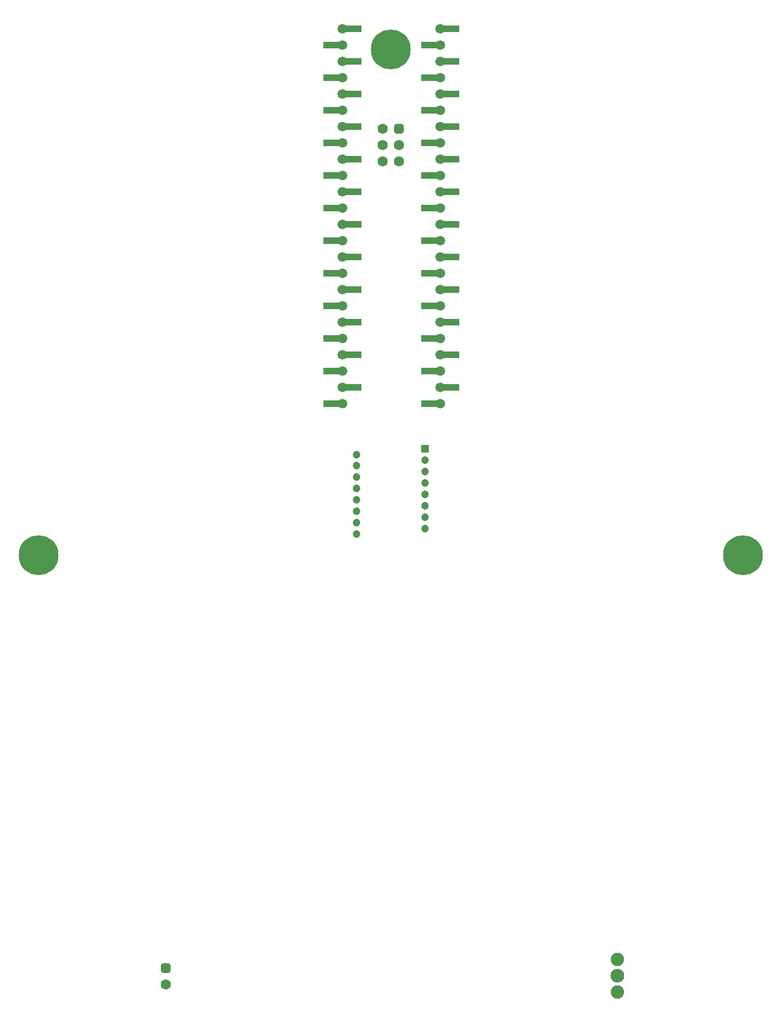
<source format=gbr>
G04*
G04 #@! TF.GenerationSoftware,Altium Limited,Altium Designer,25.4.2 (15)*
G04*
G04 Layer_Color=16711935*
%FSLAX44Y44*%
%MOMM*%
G71*
G04*
G04 #@! TF.SameCoordinates,EEABE1AA-3A69-4D6F-ADE4-9D398D027295*
G04*
G04*
G04 #@! TF.FilePolarity,Negative*
G04*
G01*
G75*
%ADD252C,1.5112*%
%ADD253C,1.6012*%
G04:AMPARAMS|DCode=254|XSize=1.6012mm|YSize=1.6012mm|CornerRadius=0mm|HoleSize=0mm|Usage=FLASHONLY|Rotation=90.000|XOffset=0mm|YOffset=0mm|HoleType=Round|Shape=Octagon|*
%AMOCTAGOND254*
4,1,8,0.4003,0.8006,-0.4003,0.8006,-0.8006,0.4003,-0.8006,-0.4003,-0.4003,-0.8006,0.4003,-0.8006,0.8006,-0.4003,0.8006,0.4003,0.4003,0.8006,0.0*
%
%ADD254OCTAGOND254*%

%ADD255R,1.2032X1.2032*%
%ADD256C,1.2032*%
%ADD257C,2.1336*%
%ADD258C,2.0828*%
%ADD259C,6.2032*%
%ADD274R,2.6032X1.0032*%
D252*
X1025000Y1720200D02*
D03*
Y1694800D02*
D03*
X1177400Y1364600D02*
D03*
X1025000Y1669400D02*
D03*
Y1644000D02*
D03*
Y1618600D02*
D03*
Y1593200D02*
D03*
Y1567800D02*
D03*
Y1542400D02*
D03*
Y1517000D02*
D03*
Y1491600D02*
D03*
Y1466200D02*
D03*
Y1440800D02*
D03*
Y1415400D02*
D03*
Y1390000D02*
D03*
X1177400D02*
D03*
Y1415400D02*
D03*
Y1440800D02*
D03*
Y1466200D02*
D03*
Y1491600D02*
D03*
Y1517000D02*
D03*
Y1542400D02*
D03*
Y1567800D02*
D03*
Y1593200D02*
D03*
Y1618600D02*
D03*
Y1644000D02*
D03*
Y1669400D02*
D03*
Y1694800D02*
D03*
Y1720200D02*
D03*
X1025000Y1339200D02*
D03*
Y1313800D02*
D03*
Y1288400D02*
D03*
Y1263000D02*
D03*
Y1237600D02*
D03*
Y1212200D02*
D03*
Y1186800D02*
D03*
Y1161400D02*
D03*
Y1136000D02*
D03*
X1177400D02*
D03*
Y1161400D02*
D03*
Y1186800D02*
D03*
Y1212200D02*
D03*
Y1237600D02*
D03*
Y1263000D02*
D03*
Y1288400D02*
D03*
Y1313800D02*
D03*
Y1339200D02*
D03*
X1025000Y1364600D02*
D03*
D253*
X1112700Y1514350D02*
D03*
Y1539750D02*
D03*
X1087300Y1514350D02*
D03*
Y1539750D02*
D03*
Y1565150D02*
D03*
X749750Y231600D02*
D03*
D254*
X1112700Y1565150D02*
D03*
X749750Y257000D02*
D03*
D255*
X1153500Y1066300D02*
D03*
D256*
Y1048500D02*
D03*
Y977300D02*
D03*
X1046500Y1004000D02*
D03*
Y986200D02*
D03*
Y968400D02*
D03*
Y950600D02*
D03*
Y1056900D02*
D03*
Y1021800D02*
D03*
Y932800D02*
D03*
Y1039600D02*
D03*
X1153500Y941700D02*
D03*
Y959500D02*
D03*
Y995100D02*
D03*
Y1012900D02*
D03*
Y1030700D02*
D03*
D257*
X1453580Y245000D02*
D03*
D258*
Y270400D02*
D03*
Y219600D02*
D03*
D259*
X1100000Y1688250D02*
D03*
X551500Y900250D02*
D03*
X1648500Y900500D02*
D03*
D274*
X1194500Y1720200D02*
D03*
X1160500Y1694800D02*
D03*
X1194500Y1669400D02*
D03*
X1160500Y1644000D02*
D03*
X1194500Y1618600D02*
D03*
X1160500Y1593200D02*
D03*
X1194500Y1567800D02*
D03*
X1160500Y1542400D02*
D03*
X1194500Y1517000D02*
D03*
X1160500Y1491600D02*
D03*
X1194500Y1466200D02*
D03*
X1160500Y1440800D02*
D03*
X1194500Y1415400D02*
D03*
X1160500Y1390000D02*
D03*
X1194500Y1364600D02*
D03*
X1160500Y1339200D02*
D03*
X1194500Y1313800D02*
D03*
X1160500Y1288400D02*
D03*
X1194500Y1263000D02*
D03*
X1160500Y1237600D02*
D03*
X1194500Y1212200D02*
D03*
X1160500Y1186800D02*
D03*
X1194500Y1161400D02*
D03*
X1160500Y1136000D02*
D03*
X1008000D02*
D03*
X1042000Y1161400D02*
D03*
X1008000Y1186800D02*
D03*
X1042000Y1212200D02*
D03*
X1008000Y1237600D02*
D03*
X1042000Y1263000D02*
D03*
X1008000Y1288400D02*
D03*
X1042000Y1313800D02*
D03*
X1008000Y1339200D02*
D03*
X1042000Y1364600D02*
D03*
X1008000Y1390000D02*
D03*
X1042000Y1415400D02*
D03*
X1008000Y1440800D02*
D03*
X1042000Y1466200D02*
D03*
X1008000Y1491600D02*
D03*
X1042000Y1517000D02*
D03*
X1008000Y1542400D02*
D03*
X1042000Y1567800D02*
D03*
X1008000Y1593200D02*
D03*
X1042000Y1618600D02*
D03*
X1008000Y1644000D02*
D03*
X1042000Y1669400D02*
D03*
X1008000Y1694800D02*
D03*
X1042000Y1720200D02*
D03*
M02*

</source>
